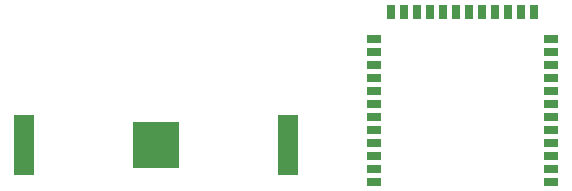
<source format=gbr>
%TF.GenerationSoftware,KiCad,Pcbnew,(6.0.4)*%
%TF.CreationDate,2022-07-15T11:27:34+02:00*%
%TF.ProjectId,kicad,6b696361-642e-46b6-9963-61645f706362,v 0.2*%
%TF.SameCoordinates,Original*%
%TF.FileFunction,Paste,Top*%
%TF.FilePolarity,Positive*%
%FSLAX46Y46*%
G04 Gerber Fmt 4.6, Leading zero omitted, Abs format (unit mm)*
G04 Created by KiCad (PCBNEW (6.0.4)) date 2022-07-15 11:27:34*
%MOMM*%
%LPD*%
G01*
G04 APERTURE LIST*
%ADD10R,1.198880X0.698500*%
%ADD11R,0.698500X1.198880*%
%ADD12R,1.715000X5.080000*%
%ADD13R,3.960000X3.960000*%
G04 APERTURE END LIST*
D10*
%TO.C,YJT1*%
X157480000Y-124698740D03*
X157480000Y-123598920D03*
X157480000Y-122499100D03*
X157480000Y-121399280D03*
X157480000Y-120299460D03*
X157480000Y-119199640D03*
X157480000Y-118099820D03*
X157480000Y-117000000D03*
X157480000Y-115900180D03*
X157480000Y-114800360D03*
X157480000Y-113700540D03*
X157480000Y-112600720D03*
D11*
X156029660Y-110251220D03*
X154929840Y-110251220D03*
X153830020Y-110251220D03*
X152730200Y-110251220D03*
X151630380Y-110251220D03*
X150530560Y-110251220D03*
X149433280Y-110251220D03*
X148333460Y-110251220D03*
X147233640Y-110251220D03*
X146133820Y-110251220D03*
X145034000Y-110251220D03*
X143934180Y-110251220D03*
D10*
X142483840Y-112600720D03*
X142483840Y-113700540D03*
X142483840Y-114800360D03*
X142483840Y-115900180D03*
X142483840Y-117000000D03*
X142483840Y-118099820D03*
X142483840Y-119199640D03*
X142483840Y-120299460D03*
X142483840Y-121399280D03*
X142483840Y-122499100D03*
X142483840Y-123598920D03*
X142483840Y-124698740D03*
%TD*%
D12*
%TO.C,BT1*%
X135207500Y-121500000D03*
X112800000Y-121500000D03*
D13*
X124000000Y-121500000D03*
%TD*%
M02*

</source>
